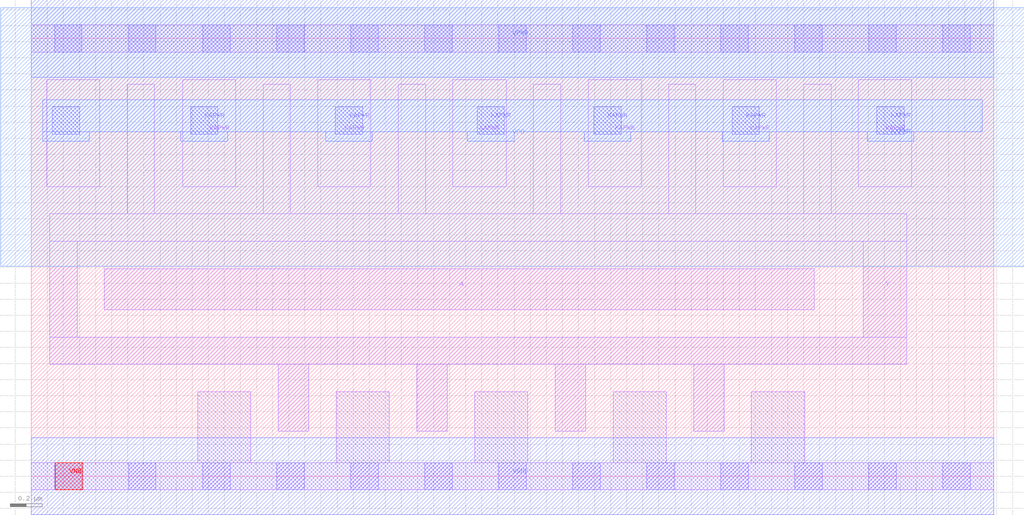
<source format=lef>
# Copyright 2020 The SkyWater PDK Authors
#
# Licensed under the Apache License, Version 2.0 (the "License");
# you may not use this file except in compliance with the License.
# You may obtain a copy of the License at
#
#     https://www.apache.org/licenses/LICENSE-2.0
#
# Unless required by applicable law or agreed to in writing, software
# distributed under the License is distributed on an "AS IS" BASIS,
# WITHOUT WARRANTIES OR CONDITIONS OF ANY KIND, either express or implied.
# See the License for the specific language governing permissions and
# limitations under the License.
#
# SPDX-License-Identifier: Apache-2.0

VERSION 5.7 ;
  NOWIREEXTENSIONATPIN ON ;
  DIVIDERCHAR "/" ;
  BUSBITCHARS "[]" ;
MACRO sky130_fd_sc_hd__lpflow_clkinvkapwr_8
  CLASS CORE ;
  FOREIGN sky130_fd_sc_hd__lpflow_clkinvkapwr_8 ;
  ORIGIN  0.000000  0.000000 ;
  SIZE  5.980000 BY  2.720000 ;
  SYMMETRY X Y R90 ;
  SITE unithd ;
  PIN A
    ANTENNAGATEAREA  2.304000 ;
    DIRECTION INPUT ;
    USE SIGNAL ;
    PORT
      LAYER li1 ;
        RECT 0.455000 1.035000 4.865000 1.290000 ;
    END
  END A
  PIN VNB
    PORT
      LAYER pwell ;
        RECT 0.150000 -0.085000 0.320000 0.085000 ;
    END
  END VNB
  PIN VPB
    PORT
      LAYER nwell ;
        RECT -0.190000 1.305000 6.170000 2.910000 ;
    END
  END VPB
  PIN Y
    ANTENNADIFFAREA  2.090400 ;
    DIRECTION OUTPUT ;
    USE SIGNAL ;
    PORT
      LAYER li1 ;
        RECT 0.115000 0.695000 5.440000 0.865000 ;
        RECT 0.115000 0.865000 0.285000 1.460000 ;
        RECT 0.115000 1.460000 5.440000 1.630000 ;
        RECT 0.595000 1.630000 0.765000 2.435000 ;
        RECT 1.440000 1.630000 1.610000 2.435000 ;
        RECT 1.535000 0.280000 1.725000 0.695000 ;
        RECT 2.280000 1.630000 2.450000 2.435000 ;
        RECT 2.395000 0.280000 2.585000 0.695000 ;
        RECT 3.120000 1.630000 3.290000 2.435000 ;
        RECT 3.255000 0.280000 3.445000 0.695000 ;
        RECT 3.960000 1.630000 4.130000 2.435000 ;
        RECT 4.115000 0.280000 4.305000 0.695000 ;
        RECT 4.800000 1.630000 4.970000 2.435000 ;
        RECT 5.170000 0.865000 5.440000 1.460000 ;
    END
  END Y
  PIN KAPWR
    DIRECTION INOUT ;
    SHAPE ABUTMENT ;
    USE POWER ;
    PORT
      LAYER li1 ;
        RECT 0.095000 1.800000 0.425000 2.465000 ;
        RECT 5.140000 1.800000 5.470000 2.465000 ;
      LAYER mcon ;
        RECT 0.130000 2.125000 0.300000 2.295000 ;
        RECT 5.255000 2.125000 5.425000 2.295000 ;
    END
    PORT
      LAYER li1 ;
        RECT 0.940000 1.800000 1.270000 2.465000 ;
      LAYER mcon ;
        RECT 0.990000 2.125000 1.160000 2.295000 ;
    END
    PORT
      LAYER li1 ;
        RECT 1.780000 1.800000 2.110000 2.465000 ;
      LAYER mcon ;
        RECT 1.890000 2.125000 2.060000 2.295000 ;
    END
    PORT
      LAYER li1 ;
        RECT 2.620000 1.800000 2.950000 2.465000 ;
      LAYER mcon ;
        RECT 2.770000 2.125000 2.940000 2.295000 ;
    END
    PORT
      LAYER li1 ;
        RECT 3.460000 1.800000 3.790000 2.465000 ;
      LAYER mcon ;
        RECT 3.495000 2.125000 3.665000 2.295000 ;
    END
    PORT
      LAYER li1 ;
        RECT 4.300000 1.800000 4.630000 2.465000 ;
      LAYER mcon ;
        RECT 4.355000 2.125000 4.525000 2.295000 ;
    END
    PORT
      LAYER met1 ;
        RECT 0.070000 2.080000 0.360000 2.140000 ;
        RECT 0.070000 2.140000 5.910000 2.340000 ;
        RECT 0.930000 2.080000 1.220000 2.140000 ;
        RECT 1.830000 2.080000 2.120000 2.140000 ;
        RECT 2.710000 2.080000 3.000000 2.140000 ;
        RECT 3.435000 2.080000 3.725000 2.140000 ;
        RECT 4.295000 2.080000 4.585000 2.140000 ;
        RECT 5.195000 2.080000 5.485000 2.140000 ;
    END
  END KAPWR
  PIN VGND
    DIRECTION INOUT ;
    SHAPE ABUTMENT ;
    USE GROUND ;
    PORT
      LAYER met1 ;
        RECT 0.000000 -0.240000 5.980000 0.240000 ;
    END
  END VGND
  PIN VPWR
    DIRECTION INOUT ;
    SHAPE ABUTMENT ;
    USE POWER ;
    PORT
      LAYER met1 ;
        RECT 0.000000 2.480000 5.980000 2.960000 ;
    END
  END VPWR
  OBS
    LAYER li1 ;
      RECT 0.000000 -0.085000 5.980000 0.085000 ;
      RECT 0.000000  2.635000 5.980000 2.805000 ;
      RECT 1.035000  0.085000 1.365000 0.525000 ;
      RECT 1.895000  0.085000 2.225000 0.525000 ;
      RECT 2.755000  0.085000 3.085000 0.525000 ;
      RECT 3.615000  0.085000 3.945000 0.525000 ;
      RECT 4.475000  0.085000 4.805000 0.525000 ;
    LAYER mcon ;
      RECT 0.145000 -0.085000 0.315000 0.085000 ;
      RECT 0.145000  2.635000 0.315000 2.805000 ;
      RECT 0.605000 -0.085000 0.775000 0.085000 ;
      RECT 0.605000  2.635000 0.775000 2.805000 ;
      RECT 1.065000 -0.085000 1.235000 0.085000 ;
      RECT 1.065000  2.635000 1.235000 2.805000 ;
      RECT 1.525000 -0.085000 1.695000 0.085000 ;
      RECT 1.525000  2.635000 1.695000 2.805000 ;
      RECT 1.985000 -0.085000 2.155000 0.085000 ;
      RECT 1.985000  2.635000 2.155000 2.805000 ;
      RECT 2.445000 -0.085000 2.615000 0.085000 ;
      RECT 2.445000  2.635000 2.615000 2.805000 ;
      RECT 2.905000 -0.085000 3.075000 0.085000 ;
      RECT 2.905000  2.635000 3.075000 2.805000 ;
      RECT 3.365000 -0.085000 3.535000 0.085000 ;
      RECT 3.365000  2.635000 3.535000 2.805000 ;
      RECT 3.825000 -0.085000 3.995000 0.085000 ;
      RECT 3.825000  2.635000 3.995000 2.805000 ;
      RECT 4.285000 -0.085000 4.455000 0.085000 ;
      RECT 4.285000  2.635000 4.455000 2.805000 ;
      RECT 4.745000 -0.085000 4.915000 0.085000 ;
      RECT 4.745000  2.635000 4.915000 2.805000 ;
      RECT 5.205000 -0.085000 5.375000 0.085000 ;
      RECT 5.205000  2.635000 5.375000 2.805000 ;
      RECT 5.665000 -0.085000 5.835000 0.085000 ;
      RECT 5.665000  2.635000 5.835000 2.805000 ;
  END
END sky130_fd_sc_hd__lpflow_clkinvkapwr_8
END LIBRARY

</source>
